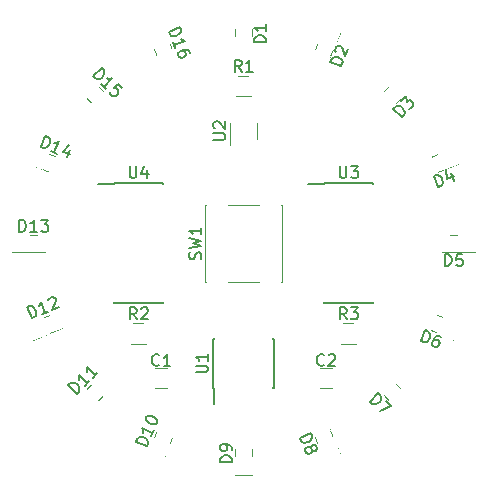
<source format=gto>
G04 #@! TF.FileFunction,Legend,Top*
%FSLAX46Y46*%
G04 Gerber Fmt 4.6, Leading zero omitted, Abs format (unit mm)*
G04 Created by KiCad (PCBNEW 4.0.7) date 06/15/18 16:22:59*
%MOMM*%
%LPD*%
G01*
G04 APERTURE LIST*
%ADD10C,0.100000*%
%ADD11C,0.150000*%
%ADD12C,0.120000*%
%ADD13R,1.900000X1.000000*%
%ADD14R,1.600000X1.600000*%
%ADD15R,1.100000X1.700000*%
%ADD16R,1.000000X1.950000*%
%ADD17R,0.800000X1.050000*%
%ADD18R,1.700000X1.950000*%
%ADD19R,1.400000X1.650000*%
G04 APERTURE END LIST*
D10*
D11*
X132545000Y-95255000D02*
X132545000Y-95280000D01*
X136695000Y-95255000D02*
X136695000Y-95360000D01*
X136695000Y-105405000D02*
X136695000Y-105300000D01*
X132545000Y-105405000D02*
X132545000Y-105300000D01*
X132545000Y-95255000D02*
X136695000Y-95255000D01*
X132545000Y-105405000D02*
X136695000Y-105405000D01*
X132545000Y-95280000D02*
X131170000Y-95280000D01*
D12*
X144210000Y-80750000D02*
X142810000Y-80750000D01*
X142810000Y-80750000D02*
X142810000Y-83550000D01*
X144210000Y-80750000D02*
X144210000Y-83550000D01*
X151649647Y-82508334D02*
X150356216Y-81972577D01*
X150356216Y-81972577D02*
X149284702Y-84559440D01*
X151649647Y-82508334D02*
X150578133Y-85095197D01*
X157850107Y-86979843D02*
X156860157Y-85989893D01*
X156860157Y-85989893D02*
X154880258Y-87969792D01*
X157850107Y-86979843D02*
X155870208Y-88959742D01*
X161867423Y-93483784D02*
X161331666Y-92190353D01*
X161331666Y-92190353D02*
X158744803Y-93261867D01*
X161867423Y-93483784D02*
X159280560Y-94555298D01*
X163090000Y-101030000D02*
X163090000Y-99630000D01*
X163090000Y-99630000D02*
X160290000Y-99630000D01*
X163090000Y-101030000D02*
X160290000Y-101030000D01*
X161331666Y-108469647D02*
X161867423Y-107176216D01*
X161867423Y-107176216D02*
X159280560Y-106104702D01*
X161331666Y-108469647D02*
X158744803Y-107398133D01*
X156860157Y-114670107D02*
X157850107Y-113680157D01*
X157850107Y-113680157D02*
X155870208Y-111700258D01*
X156860157Y-114670107D02*
X154880258Y-112690208D01*
X150356216Y-118687423D02*
X151649647Y-118151666D01*
X151649647Y-118151666D02*
X150578133Y-115564803D01*
X150356216Y-118687423D02*
X149284702Y-116100560D01*
X142810000Y-119910000D02*
X144210000Y-119910000D01*
X144210000Y-119910000D02*
X144210000Y-117110000D01*
X142810000Y-119910000D02*
X142810000Y-117110000D01*
X135370353Y-118151666D02*
X136663784Y-118687423D01*
X136663784Y-118687423D02*
X137735298Y-116100560D01*
X135370353Y-118151666D02*
X136441867Y-115564803D01*
X129169893Y-113680157D02*
X130159843Y-114670107D01*
X130159843Y-114670107D02*
X132139742Y-112690208D01*
X129169893Y-113680157D02*
X131149792Y-111700258D01*
X125152577Y-107176216D02*
X125688334Y-108469647D01*
X125688334Y-108469647D02*
X128275197Y-107398133D01*
X125152577Y-107176216D02*
X127739440Y-106104702D01*
X123930000Y-99630000D02*
X123930000Y-101030000D01*
X123930000Y-101030000D02*
X126730000Y-101030000D01*
X123930000Y-99630000D02*
X126730000Y-99630000D01*
X125688334Y-92190353D02*
X125152577Y-93483784D01*
X125152577Y-93483784D02*
X127739440Y-94555298D01*
X125688334Y-92190353D02*
X128275197Y-93261867D01*
X130159843Y-85989893D02*
X129169893Y-86979843D01*
X129169893Y-86979843D02*
X131149792Y-88959742D01*
X130159843Y-85989893D02*
X132139742Y-87969792D01*
X136663784Y-81972577D02*
X135370353Y-82508334D01*
X135370353Y-82508334D02*
X136441867Y-85095197D01*
X136663784Y-81972577D02*
X137735298Y-84559440D01*
X144110000Y-87875000D02*
X142910000Y-87875000D01*
X142910000Y-86115000D02*
X144110000Y-86115000D01*
D11*
X140935000Y-112565000D02*
X140985000Y-112565000D01*
X140935000Y-108415000D02*
X141080000Y-108415000D01*
X146085000Y-108415000D02*
X145940000Y-108415000D01*
X146085000Y-112565000D02*
X145940000Y-112565000D01*
X140935000Y-112565000D02*
X140935000Y-108415000D01*
X146085000Y-112565000D02*
X146085000Y-108415000D01*
X140985000Y-112565000D02*
X140985000Y-113965000D01*
D12*
X142350000Y-90105000D02*
X142350000Y-92005000D01*
X144670000Y-91505000D02*
X144670000Y-90105000D01*
D11*
X150325000Y-95255000D02*
X150325000Y-95280000D01*
X154475000Y-95255000D02*
X154475000Y-95360000D01*
X154475000Y-105405000D02*
X154475000Y-105300000D01*
X150325000Y-105405000D02*
X150325000Y-105300000D01*
X150325000Y-95255000D02*
X154475000Y-95255000D01*
X150325000Y-105405000D02*
X154475000Y-105405000D01*
X150325000Y-95280000D02*
X148950000Y-95280000D01*
D12*
X140280000Y-97100000D02*
X140310000Y-97100000D01*
X146740000Y-97100000D02*
X146710000Y-97100000D01*
X146740000Y-103560000D02*
X146710000Y-103560000D01*
X140310000Y-103560000D02*
X140280000Y-103560000D01*
X142210000Y-97100000D02*
X144810000Y-97100000D01*
X140280000Y-103560000D02*
X140280000Y-97100000D01*
X142210000Y-103560000D02*
X144810000Y-103560000D01*
X146740000Y-103560000D02*
X146740000Y-97100000D01*
X137025000Y-110910000D02*
X136025000Y-110910000D01*
X136025000Y-112610000D02*
X137025000Y-112610000D01*
X150995000Y-110910000D02*
X149995000Y-110910000D01*
X149995000Y-112610000D02*
X150995000Y-112610000D01*
X135220000Y-108830000D02*
X134020000Y-108830000D01*
X134020000Y-107070000D02*
X135220000Y-107070000D01*
X153000000Y-108830000D02*
X151800000Y-108830000D01*
X151800000Y-107070000D02*
X153000000Y-107070000D01*
D11*
X133858095Y-93782381D02*
X133858095Y-94591905D01*
X133905714Y-94687143D01*
X133953333Y-94734762D01*
X134048571Y-94782381D01*
X134239048Y-94782381D01*
X134334286Y-94734762D01*
X134381905Y-94687143D01*
X134429524Y-94591905D01*
X134429524Y-93782381D01*
X135334286Y-94115714D02*
X135334286Y-94782381D01*
X135096190Y-93734762D02*
X134858095Y-94449048D01*
X135477143Y-94449048D01*
X145412381Y-83288095D02*
X144412381Y-83288095D01*
X144412381Y-83050000D01*
X144460000Y-82907142D01*
X144555238Y-82811904D01*
X144650476Y-82764285D01*
X144840952Y-82716666D01*
X144983810Y-82716666D01*
X145174286Y-82764285D01*
X145269524Y-82811904D01*
X145364762Y-82907142D01*
X145412381Y-83050000D01*
X145412381Y-83288095D01*
X145412381Y-81764285D02*
X145412381Y-82335714D01*
X145412381Y-82050000D02*
X144412381Y-82050000D01*
X144555238Y-82145238D01*
X144650476Y-82240476D01*
X144698095Y-82335714D01*
X151789215Y-85313360D02*
X150865335Y-84930676D01*
X150956450Y-84710705D01*
X151055114Y-84596944D01*
X151179548Y-84545402D01*
X151285760Y-84537854D01*
X151479960Y-84566752D01*
X151611943Y-84621421D01*
X151769697Y-84738307D01*
X151839463Y-84818747D01*
X151891005Y-84943182D01*
X151880330Y-85093388D01*
X151789215Y-85313360D01*
X151317784Y-84087237D02*
X151292013Y-84025020D01*
X151284465Y-83918808D01*
X151375580Y-83698836D01*
X151456020Y-83629071D01*
X151518238Y-83603299D01*
X151624449Y-83595751D01*
X151712437Y-83632197D01*
X151826197Y-83730861D01*
X152135452Y-84477468D01*
X152372352Y-83905543D01*
X156905615Y-89624759D02*
X156198508Y-88917652D01*
X156366867Y-88749293D01*
X156501554Y-88681949D01*
X156636241Y-88681949D01*
X156737256Y-88715621D01*
X156905615Y-88816636D01*
X157006631Y-88917652D01*
X157107646Y-89086010D01*
X157141317Y-89187026D01*
X157141317Y-89321712D01*
X157073973Y-89456400D01*
X156905615Y-89624759D01*
X156838271Y-88277889D02*
X157276004Y-87840155D01*
X157309675Y-88345232D01*
X157410691Y-88244216D01*
X157511706Y-88210544D01*
X157579050Y-88210544D01*
X157680066Y-88244217D01*
X157848424Y-88412575D01*
X157882096Y-88513591D01*
X157882096Y-88580934D01*
X157848424Y-88681949D01*
X157646393Y-88883980D01*
X157545378Y-88917652D01*
X157478035Y-88917652D01*
X159982660Y-95565926D02*
X159599976Y-94642047D01*
X159819948Y-94550932D01*
X159970154Y-94540257D01*
X160094589Y-94591799D01*
X160175029Y-94661564D01*
X160291915Y-94819318D01*
X160346584Y-94951302D01*
X160375482Y-95145502D01*
X160367934Y-95251713D01*
X160316392Y-95376148D01*
X160202631Y-95474811D01*
X159982660Y-95565926D01*
X161047366Y-94403315D02*
X161302488Y-95019235D01*
X160681610Y-94142477D02*
X160734984Y-94893506D01*
X161306910Y-94656607D01*
X160551905Y-102232381D02*
X160551905Y-101232381D01*
X160790000Y-101232381D01*
X160932858Y-101280000D01*
X161028096Y-101375238D01*
X161075715Y-101470476D01*
X161123334Y-101660952D01*
X161123334Y-101803810D01*
X161075715Y-101994286D01*
X161028096Y-102089524D01*
X160932858Y-102184762D01*
X160790000Y-102232381D01*
X160551905Y-102232381D01*
X162028096Y-101232381D02*
X161551905Y-101232381D01*
X161504286Y-101708571D01*
X161551905Y-101660952D01*
X161647143Y-101613333D01*
X161885239Y-101613333D01*
X161980477Y-101660952D01*
X162028096Y-101708571D01*
X162075715Y-101803810D01*
X162075715Y-102041905D01*
X162028096Y-102137143D01*
X161980477Y-102184762D01*
X161885239Y-102232381D01*
X161647143Y-102232381D01*
X161551905Y-102184762D01*
X161504286Y-102137143D01*
X158526640Y-108609215D02*
X158909324Y-107685335D01*
X159129295Y-107776450D01*
X159243056Y-107875114D01*
X159294598Y-107999548D01*
X159302146Y-108105760D01*
X159273248Y-108299960D01*
X159218579Y-108431943D01*
X159101693Y-108589697D01*
X159021253Y-108659463D01*
X158896818Y-108711005D01*
X158746612Y-108700330D01*
X158526640Y-108609215D01*
X160229152Y-108232026D02*
X160053174Y-108159134D01*
X159946963Y-108166682D01*
X159884746Y-108192453D01*
X159742088Y-108287990D01*
X159625202Y-108445744D01*
X159479418Y-108797698D01*
X159486966Y-108903910D01*
X159512737Y-108966127D01*
X159582503Y-109046567D01*
X159758480Y-109119460D01*
X159864692Y-109111911D01*
X159926909Y-109086140D01*
X160007349Y-109016375D01*
X160098464Y-108796404D01*
X160090916Y-108690191D01*
X160065145Y-108627974D01*
X159995380Y-108547534D01*
X159819402Y-108474641D01*
X159713191Y-108482190D01*
X159650973Y-108507961D01*
X159570533Y-108577727D01*
X154215241Y-113725615D02*
X154922348Y-113018508D01*
X155090707Y-113186867D01*
X155158051Y-113321554D01*
X155158051Y-113456241D01*
X155124379Y-113557256D01*
X155023364Y-113725615D01*
X154922348Y-113826631D01*
X154753990Y-113927646D01*
X154652974Y-113961317D01*
X154518288Y-113961317D01*
X154383600Y-113893973D01*
X154215241Y-113725615D01*
X155562111Y-113658271D02*
X156033516Y-114129676D01*
X155023363Y-114533737D01*
X148274074Y-116802660D02*
X149197953Y-116419976D01*
X149289068Y-116639948D01*
X149299743Y-116790154D01*
X149248201Y-116914589D01*
X149178436Y-116995029D01*
X149020682Y-117111915D01*
X148888698Y-117166584D01*
X148694498Y-117195482D01*
X148588287Y-117187934D01*
X148463852Y-117136392D01*
X148365189Y-117022631D01*
X148274074Y-116802660D01*
X149239358Y-117639846D02*
X149246906Y-117533634D01*
X149272677Y-117471417D01*
X149342443Y-117390977D01*
X149386437Y-117372754D01*
X149492648Y-117380302D01*
X149554865Y-117406073D01*
X149635306Y-117475839D01*
X149708198Y-117651816D01*
X149700650Y-117758028D01*
X149674879Y-117820245D01*
X149605113Y-117900685D01*
X149561119Y-117918908D01*
X149454908Y-117911360D01*
X149392690Y-117885589D01*
X149312250Y-117815823D01*
X149239358Y-117639846D01*
X149158917Y-117570080D01*
X149096700Y-117544309D01*
X148990488Y-117536761D01*
X148814511Y-117609653D01*
X148744746Y-117690093D01*
X148718974Y-117752311D01*
X148711426Y-117858522D01*
X148784319Y-118034500D01*
X148864759Y-118104265D01*
X148926976Y-118130036D01*
X149033187Y-118137585D01*
X149209164Y-118064693D01*
X149278931Y-117984252D01*
X149304702Y-117922035D01*
X149312250Y-117815823D01*
X142512381Y-118848095D02*
X141512381Y-118848095D01*
X141512381Y-118610000D01*
X141560000Y-118467142D01*
X141655238Y-118371904D01*
X141750476Y-118324285D01*
X141940952Y-118276666D01*
X142083810Y-118276666D01*
X142274286Y-118324285D01*
X142369524Y-118371904D01*
X142464762Y-118467142D01*
X142512381Y-118610000D01*
X142512381Y-118848095D01*
X142512381Y-117800476D02*
X142512381Y-117610000D01*
X142464762Y-117514761D01*
X142417143Y-117467142D01*
X142274286Y-117371904D01*
X142083810Y-117324285D01*
X141702857Y-117324285D01*
X141607619Y-117371904D01*
X141560000Y-117419523D01*
X141512381Y-117514761D01*
X141512381Y-117705238D01*
X141560000Y-117800476D01*
X141607619Y-117848095D01*
X141702857Y-117895714D01*
X141940952Y-117895714D01*
X142036190Y-117848095D01*
X142083810Y-117800476D01*
X142131429Y-117705238D01*
X142131429Y-117514761D01*
X142083810Y-117419523D01*
X142036190Y-117371904D01*
X141940952Y-117324285D01*
X135319532Y-117496643D02*
X134395653Y-117113959D01*
X134486768Y-116893988D01*
X134585432Y-116780228D01*
X134709866Y-116728685D01*
X134816077Y-116721137D01*
X135010277Y-116750035D01*
X135142261Y-116804704D01*
X135300015Y-116921590D01*
X135369780Y-117002031D01*
X135421323Y-117126465D01*
X135410647Y-117276672D01*
X135319532Y-117496643D01*
X135902669Y-116088826D02*
X135683993Y-116616757D01*
X135793331Y-116352792D02*
X134869451Y-115970109D01*
X134964988Y-116112766D01*
X135016530Y-116237201D01*
X135024079Y-116343412D01*
X135215689Y-115134218D02*
X135252135Y-115046228D01*
X135332575Y-114976463D01*
X135394793Y-114950692D01*
X135501004Y-114943143D01*
X135695204Y-114972041D01*
X135915176Y-115063156D01*
X136072930Y-115180043D01*
X136142695Y-115260483D01*
X136168466Y-115322700D01*
X136176015Y-115428912D01*
X136139568Y-115516901D01*
X136059128Y-115586666D01*
X135996911Y-115612438D01*
X135890699Y-115619986D01*
X135696500Y-115591088D01*
X135476527Y-115499973D01*
X135318774Y-115383086D01*
X135249008Y-115302646D01*
X135223237Y-115240429D01*
X135215689Y-115134218D01*
X129373607Y-113055547D02*
X128666500Y-112348440D01*
X128834859Y-112180081D01*
X128969546Y-112112737D01*
X129104233Y-112112737D01*
X129205248Y-112146409D01*
X129373607Y-112247424D01*
X129474623Y-112348440D01*
X129575638Y-112516798D01*
X129609310Y-112617813D01*
X129609310Y-112752500D01*
X129541965Y-112887188D01*
X129373607Y-113055547D01*
X130451103Y-111978050D02*
X130047042Y-112382111D01*
X130249072Y-112180081D02*
X129541965Y-111472974D01*
X129575637Y-111641333D01*
X129575637Y-111776020D01*
X129541965Y-111877035D01*
X131124538Y-111304615D02*
X130720477Y-111708676D01*
X130922507Y-111506646D02*
X130215400Y-110799539D01*
X130249072Y-110967898D01*
X130249072Y-111102585D01*
X130215400Y-111203600D01*
X125579813Y-106677109D02*
X125197129Y-105753229D01*
X125417100Y-105662114D01*
X125567307Y-105651439D01*
X125691741Y-105702981D01*
X125772182Y-105772747D01*
X125889068Y-105930501D01*
X125943737Y-106062484D01*
X125972635Y-106256684D01*
X125965087Y-106362896D01*
X125913544Y-106487330D01*
X125799784Y-106585994D01*
X125579813Y-106677109D01*
X126987630Y-106093972D02*
X126459698Y-106312648D01*
X126723663Y-106203310D02*
X126340980Y-105279431D01*
X126307660Y-105447859D01*
X126256118Y-105572294D01*
X126186353Y-105652734D01*
X126993346Y-105112297D02*
X127019117Y-105050080D01*
X127088883Y-104969639D01*
X127308855Y-104878524D01*
X127415066Y-104886072D01*
X127477283Y-104911843D01*
X127557723Y-104981609D01*
X127594169Y-105069597D01*
X127604844Y-105219803D01*
X127295589Y-105966411D01*
X127867515Y-105729511D01*
X124515714Y-99332381D02*
X124515714Y-98332381D01*
X124753809Y-98332381D01*
X124896667Y-98380000D01*
X124991905Y-98475238D01*
X125039524Y-98570476D01*
X125087143Y-98760952D01*
X125087143Y-98903810D01*
X125039524Y-99094286D01*
X124991905Y-99189524D01*
X124896667Y-99284762D01*
X124753809Y-99332381D01*
X124515714Y-99332381D01*
X126039524Y-99332381D02*
X125468095Y-99332381D01*
X125753809Y-99332381D02*
X125753809Y-98332381D01*
X125658571Y-98475238D01*
X125563333Y-98570476D01*
X125468095Y-98618095D01*
X126372857Y-98332381D02*
X126991905Y-98332381D01*
X126658571Y-98713333D01*
X126801429Y-98713333D01*
X126896667Y-98760952D01*
X126944286Y-98808571D01*
X126991905Y-98903810D01*
X126991905Y-99141905D01*
X126944286Y-99237143D01*
X126896667Y-99284762D01*
X126801429Y-99332381D01*
X126515714Y-99332381D01*
X126420476Y-99284762D01*
X126372857Y-99237143D01*
X126343357Y-92139532D02*
X126726041Y-91215653D01*
X126946012Y-91306768D01*
X127059772Y-91405432D01*
X127111315Y-91529866D01*
X127118863Y-91636077D01*
X127089965Y-91830277D01*
X127035296Y-91962261D01*
X126918410Y-92120015D01*
X126837969Y-92189780D01*
X126713535Y-92241323D01*
X126563328Y-92230647D01*
X126343357Y-92139532D01*
X127751174Y-92722669D02*
X127223243Y-92503993D01*
X127487208Y-92613331D02*
X127869891Y-91689451D01*
X127727234Y-91784988D01*
X127602799Y-91836530D01*
X127496588Y-91844079D01*
X128798193Y-92434764D02*
X128543071Y-93050684D01*
X128724005Y-91991695D02*
X128230689Y-92560494D01*
X128802615Y-92797393D01*
X130784453Y-86193607D02*
X131491560Y-85486500D01*
X131659919Y-85654859D01*
X131727263Y-85789546D01*
X131727263Y-85924233D01*
X131693591Y-86025248D01*
X131592576Y-86193607D01*
X131491560Y-86294623D01*
X131323202Y-86395638D01*
X131222187Y-86429310D01*
X131087500Y-86429310D01*
X130952812Y-86361965D01*
X130784453Y-86193607D01*
X131861950Y-87271103D02*
X131457889Y-86867042D01*
X131659919Y-87069072D02*
X132367026Y-86361965D01*
X132198667Y-86395637D01*
X132063980Y-86395637D01*
X131962965Y-86361965D01*
X133208820Y-87203760D02*
X132872102Y-86867042D01*
X132501713Y-87170087D01*
X132569057Y-87170087D01*
X132670072Y-87203759D01*
X132838431Y-87372118D01*
X132872103Y-87473133D01*
X132872103Y-87540477D01*
X132838430Y-87641493D01*
X132670072Y-87809851D01*
X132569057Y-87843523D01*
X132501713Y-87843523D01*
X132400698Y-87809851D01*
X132232339Y-87641492D01*
X132198667Y-87540477D01*
X132198667Y-87473133D01*
X137162891Y-82399813D02*
X138086771Y-82017129D01*
X138177886Y-82237100D01*
X138188561Y-82387307D01*
X138137019Y-82511741D01*
X138067253Y-82592182D01*
X137909499Y-82709068D01*
X137777516Y-82763737D01*
X137583316Y-82792635D01*
X137477104Y-82785087D01*
X137352670Y-82733544D01*
X137254006Y-82619784D01*
X137162891Y-82399813D01*
X137746028Y-83807630D02*
X137527352Y-83279698D01*
X137636690Y-83543663D02*
X138560569Y-83160980D01*
X138392141Y-83127660D01*
X138267706Y-83076118D01*
X138187266Y-83006353D01*
X138997922Y-84216843D02*
X138925030Y-84040865D01*
X138844590Y-83971100D01*
X138782372Y-83945329D01*
X138613944Y-83912009D01*
X138419744Y-83940907D01*
X138067789Y-84086691D01*
X137998024Y-84167132D01*
X137972252Y-84229349D01*
X137964704Y-84335560D01*
X138037597Y-84511538D01*
X138118037Y-84581303D01*
X138180254Y-84607075D01*
X138286465Y-84614623D01*
X138506437Y-84523508D01*
X138576203Y-84443067D01*
X138601974Y-84380850D01*
X138609522Y-84274639D01*
X138536630Y-84098661D01*
X138456190Y-84028895D01*
X138393973Y-84003124D01*
X138287760Y-83995576D01*
X143343334Y-85797381D02*
X143010000Y-85321190D01*
X142771905Y-85797381D02*
X142771905Y-84797381D01*
X143152858Y-84797381D01*
X143248096Y-84845000D01*
X143295715Y-84892619D01*
X143343334Y-84987857D01*
X143343334Y-85130714D01*
X143295715Y-85225952D01*
X143248096Y-85273571D01*
X143152858Y-85321190D01*
X142771905Y-85321190D01*
X144295715Y-85797381D02*
X143724286Y-85797381D01*
X144010000Y-85797381D02*
X144010000Y-84797381D01*
X143914762Y-84940238D01*
X143819524Y-85035476D01*
X143724286Y-85083095D01*
X139462381Y-111251905D02*
X140271905Y-111251905D01*
X140367143Y-111204286D01*
X140414762Y-111156667D01*
X140462381Y-111061429D01*
X140462381Y-110870952D01*
X140414762Y-110775714D01*
X140367143Y-110728095D01*
X140271905Y-110680476D01*
X139462381Y-110680476D01*
X140462381Y-109680476D02*
X140462381Y-110251905D01*
X140462381Y-109966191D02*
X139462381Y-109966191D01*
X139605238Y-110061429D01*
X139700476Y-110156667D01*
X139748095Y-110251905D01*
X140962381Y-91566905D02*
X141771905Y-91566905D01*
X141867143Y-91519286D01*
X141914762Y-91471667D01*
X141962381Y-91376429D01*
X141962381Y-91185952D01*
X141914762Y-91090714D01*
X141867143Y-91043095D01*
X141771905Y-90995476D01*
X140962381Y-90995476D01*
X141057619Y-90566905D02*
X141010000Y-90519286D01*
X140962381Y-90424048D01*
X140962381Y-90185952D01*
X141010000Y-90090714D01*
X141057619Y-90043095D01*
X141152857Y-89995476D01*
X141248095Y-89995476D01*
X141390952Y-90043095D01*
X141962381Y-90614524D01*
X141962381Y-89995476D01*
X151638095Y-93782381D02*
X151638095Y-94591905D01*
X151685714Y-94687143D01*
X151733333Y-94734762D01*
X151828571Y-94782381D01*
X152019048Y-94782381D01*
X152114286Y-94734762D01*
X152161905Y-94687143D01*
X152209524Y-94591905D01*
X152209524Y-93782381D01*
X152590476Y-93782381D02*
X153209524Y-93782381D01*
X152876190Y-94163333D01*
X153019048Y-94163333D01*
X153114286Y-94210952D01*
X153161905Y-94258571D01*
X153209524Y-94353810D01*
X153209524Y-94591905D01*
X153161905Y-94687143D01*
X153114286Y-94734762D01*
X153019048Y-94782381D01*
X152733333Y-94782381D01*
X152638095Y-94734762D01*
X152590476Y-94687143D01*
X139864762Y-101663333D02*
X139912381Y-101520476D01*
X139912381Y-101282380D01*
X139864762Y-101187142D01*
X139817143Y-101139523D01*
X139721905Y-101091904D01*
X139626667Y-101091904D01*
X139531429Y-101139523D01*
X139483810Y-101187142D01*
X139436190Y-101282380D01*
X139388571Y-101472857D01*
X139340952Y-101568095D01*
X139293333Y-101615714D01*
X139198095Y-101663333D01*
X139102857Y-101663333D01*
X139007619Y-101615714D01*
X138960000Y-101568095D01*
X138912381Y-101472857D01*
X138912381Y-101234761D01*
X138960000Y-101091904D01*
X138912381Y-100758571D02*
X139912381Y-100520476D01*
X139198095Y-100329999D01*
X139912381Y-100139523D01*
X138912381Y-99901428D01*
X139912381Y-98996666D02*
X139912381Y-99568095D01*
X139912381Y-99282381D02*
X138912381Y-99282381D01*
X139055238Y-99377619D01*
X139150476Y-99472857D01*
X139198095Y-99568095D01*
X136358334Y-110617143D02*
X136310715Y-110664762D01*
X136167858Y-110712381D01*
X136072620Y-110712381D01*
X135929762Y-110664762D01*
X135834524Y-110569524D01*
X135786905Y-110474286D01*
X135739286Y-110283810D01*
X135739286Y-110140952D01*
X135786905Y-109950476D01*
X135834524Y-109855238D01*
X135929762Y-109760000D01*
X136072620Y-109712381D01*
X136167858Y-109712381D01*
X136310715Y-109760000D01*
X136358334Y-109807619D01*
X137310715Y-110712381D02*
X136739286Y-110712381D01*
X137025000Y-110712381D02*
X137025000Y-109712381D01*
X136929762Y-109855238D01*
X136834524Y-109950476D01*
X136739286Y-109998095D01*
X150328334Y-110617143D02*
X150280715Y-110664762D01*
X150137858Y-110712381D01*
X150042620Y-110712381D01*
X149899762Y-110664762D01*
X149804524Y-110569524D01*
X149756905Y-110474286D01*
X149709286Y-110283810D01*
X149709286Y-110140952D01*
X149756905Y-109950476D01*
X149804524Y-109855238D01*
X149899762Y-109760000D01*
X150042620Y-109712381D01*
X150137858Y-109712381D01*
X150280715Y-109760000D01*
X150328334Y-109807619D01*
X150709286Y-109807619D02*
X150756905Y-109760000D01*
X150852143Y-109712381D01*
X151090239Y-109712381D01*
X151185477Y-109760000D01*
X151233096Y-109807619D01*
X151280715Y-109902857D01*
X151280715Y-109998095D01*
X151233096Y-110140952D01*
X150661667Y-110712381D01*
X151280715Y-110712381D01*
X134453334Y-106752381D02*
X134120000Y-106276190D01*
X133881905Y-106752381D02*
X133881905Y-105752381D01*
X134262858Y-105752381D01*
X134358096Y-105800000D01*
X134405715Y-105847619D01*
X134453334Y-105942857D01*
X134453334Y-106085714D01*
X134405715Y-106180952D01*
X134358096Y-106228571D01*
X134262858Y-106276190D01*
X133881905Y-106276190D01*
X134834286Y-105847619D02*
X134881905Y-105800000D01*
X134977143Y-105752381D01*
X135215239Y-105752381D01*
X135310477Y-105800000D01*
X135358096Y-105847619D01*
X135405715Y-105942857D01*
X135405715Y-106038095D01*
X135358096Y-106180952D01*
X134786667Y-106752381D01*
X135405715Y-106752381D01*
X152233334Y-106752381D02*
X151900000Y-106276190D01*
X151661905Y-106752381D02*
X151661905Y-105752381D01*
X152042858Y-105752381D01*
X152138096Y-105800000D01*
X152185715Y-105847619D01*
X152233334Y-105942857D01*
X152233334Y-106085714D01*
X152185715Y-106180952D01*
X152138096Y-106228571D01*
X152042858Y-106276190D01*
X151661905Y-106276190D01*
X152566667Y-105752381D02*
X153185715Y-105752381D01*
X152852381Y-106133333D01*
X152995239Y-106133333D01*
X153090477Y-106180952D01*
X153138096Y-106228571D01*
X153185715Y-106323810D01*
X153185715Y-106561905D01*
X153138096Y-106657143D01*
X153090477Y-106704762D01*
X152995239Y-106752381D01*
X152709524Y-106752381D01*
X152614286Y-106704762D01*
X152566667Y-106657143D01*
%LPC*%
D13*
X131920000Y-95885000D03*
X131920000Y-97155000D03*
X131920000Y-98425000D03*
X131920000Y-99695000D03*
X131920000Y-100965000D03*
X131920000Y-102235000D03*
X131920000Y-103505000D03*
X131920000Y-104775000D03*
X137320000Y-104775000D03*
X137320000Y-103505000D03*
X137320000Y-102235000D03*
X137320000Y-100965000D03*
X137320000Y-99695000D03*
X137320000Y-98425000D03*
X137320000Y-97155000D03*
X137320000Y-95885000D03*
D14*
X143510000Y-83650000D03*
X143510000Y-81450000D03*
D10*
G36*
X150326106Y-85964956D02*
X148847899Y-85352663D01*
X149460192Y-83874456D01*
X150938399Y-84486749D01*
X150326106Y-85964956D01*
X150326106Y-85964956D01*
G37*
G36*
X151168010Y-83932422D02*
X149689803Y-83320129D01*
X150302096Y-81841922D01*
X151780303Y-82454215D01*
X151168010Y-83932422D01*
X151168010Y-83932422D01*
G37*
G36*
X155304523Y-89666848D02*
X154173152Y-88535477D01*
X155304523Y-87404106D01*
X156435894Y-88535477D01*
X155304523Y-89666848D01*
X155304523Y-89666848D01*
G37*
G36*
X156860157Y-88111214D02*
X155728786Y-86979843D01*
X156860157Y-85848472D01*
X157991528Y-86979843D01*
X156860157Y-88111214D01*
X156860157Y-88111214D01*
G37*
G36*
X158487337Y-94992101D02*
X157875044Y-93513894D01*
X159353251Y-92901601D01*
X159965544Y-94379808D01*
X158487337Y-94992101D01*
X158487337Y-94992101D01*
G37*
G36*
X160519871Y-94150197D02*
X159907578Y-92671990D01*
X161385785Y-92059697D01*
X161998078Y-93537904D01*
X160519871Y-94150197D01*
X160519871Y-94150197D01*
G37*
D14*
X160190000Y-100330000D03*
X162390000Y-100330000D03*
D10*
G36*
X157875044Y-107146106D02*
X158487337Y-105667899D01*
X159965544Y-106280192D01*
X159353251Y-107758399D01*
X157875044Y-107146106D01*
X157875044Y-107146106D01*
G37*
G36*
X159907578Y-107988010D02*
X160519871Y-106509803D01*
X161998078Y-107122096D01*
X161385785Y-108600303D01*
X159907578Y-107988010D01*
X159907578Y-107988010D01*
G37*
G36*
X154173152Y-112124523D02*
X155304523Y-110993152D01*
X156435894Y-112124523D01*
X155304523Y-113255894D01*
X154173152Y-112124523D01*
X154173152Y-112124523D01*
G37*
G36*
X155728786Y-113680157D02*
X156860157Y-112548786D01*
X157991528Y-113680157D01*
X156860157Y-114811528D01*
X155728786Y-113680157D01*
X155728786Y-113680157D01*
G37*
G36*
X148847899Y-115307337D02*
X150326106Y-114695044D01*
X150938399Y-116173251D01*
X149460192Y-116785544D01*
X148847899Y-115307337D01*
X148847899Y-115307337D01*
G37*
G36*
X149689803Y-117339871D02*
X151168010Y-116727578D01*
X151780303Y-118205785D01*
X150302096Y-118818078D01*
X149689803Y-117339871D01*
X149689803Y-117339871D01*
G37*
D14*
X143510000Y-117010000D03*
X143510000Y-119210000D03*
D10*
G36*
X136693894Y-114695044D02*
X138172101Y-115307337D01*
X137559808Y-116785544D01*
X136081601Y-116173251D01*
X136693894Y-114695044D01*
X136693894Y-114695044D01*
G37*
G36*
X135851990Y-116727578D02*
X137330197Y-117339871D01*
X136717904Y-118818078D01*
X135239697Y-118205785D01*
X135851990Y-116727578D01*
X135851990Y-116727578D01*
G37*
G36*
X131715477Y-110993152D02*
X132846848Y-112124523D01*
X131715477Y-113255894D01*
X130584106Y-112124523D01*
X131715477Y-110993152D01*
X131715477Y-110993152D01*
G37*
G36*
X130159843Y-112548786D02*
X131291214Y-113680157D01*
X130159843Y-114811528D01*
X129028472Y-113680157D01*
X130159843Y-112548786D01*
X130159843Y-112548786D01*
G37*
G36*
X128532663Y-105667899D02*
X129144956Y-107146106D01*
X127666749Y-107758399D01*
X127054456Y-106280192D01*
X128532663Y-105667899D01*
X128532663Y-105667899D01*
G37*
G36*
X126500129Y-106509803D02*
X127112422Y-107988010D01*
X125634215Y-108600303D01*
X125021922Y-107122096D01*
X126500129Y-106509803D01*
X126500129Y-106509803D01*
G37*
D14*
X126830000Y-100330000D03*
X124630000Y-100330000D03*
D10*
G36*
X129144956Y-93513894D02*
X128532663Y-94992101D01*
X127054456Y-94379808D01*
X127666749Y-92901601D01*
X129144956Y-93513894D01*
X129144956Y-93513894D01*
G37*
G36*
X127112422Y-92671990D02*
X126500129Y-94150197D01*
X125021922Y-93537904D01*
X125634215Y-92059697D01*
X127112422Y-92671990D01*
X127112422Y-92671990D01*
G37*
G36*
X132846848Y-88535477D02*
X131715477Y-89666848D01*
X130584106Y-88535477D01*
X131715477Y-87404106D01*
X132846848Y-88535477D01*
X132846848Y-88535477D01*
G37*
G36*
X131291214Y-86979843D02*
X130159843Y-88111214D01*
X129028472Y-86979843D01*
X130159843Y-85848472D01*
X131291214Y-86979843D01*
X131291214Y-86979843D01*
G37*
G36*
X138172101Y-85352663D02*
X136693894Y-85964956D01*
X136081601Y-84486749D01*
X137559808Y-83874456D01*
X138172101Y-85352663D01*
X138172101Y-85352663D01*
G37*
G36*
X137330197Y-83320129D02*
X135851990Y-83932422D01*
X135239697Y-82454215D01*
X136717904Y-81841922D01*
X137330197Y-83320129D01*
X137330197Y-83320129D01*
G37*
D15*
X142560000Y-86995000D03*
X144460000Y-86995000D03*
D16*
X141605000Y-113190000D03*
X142875000Y-113190000D03*
X144145000Y-113190000D03*
X145415000Y-113190000D03*
X145415000Y-107790000D03*
X144145000Y-107790000D03*
X142875000Y-107790000D03*
X141605000Y-107790000D03*
D17*
X142860000Y-91755000D03*
X144160000Y-91755000D03*
X143510000Y-91755000D03*
X144160000Y-89855000D03*
X142860000Y-89855000D03*
D13*
X149700000Y-95885000D03*
X149700000Y-97155000D03*
X149700000Y-98425000D03*
X149700000Y-99695000D03*
X149700000Y-100965000D03*
X149700000Y-102235000D03*
X149700000Y-103505000D03*
X149700000Y-104775000D03*
X155100000Y-104775000D03*
X155100000Y-103505000D03*
X155100000Y-102235000D03*
X155100000Y-100965000D03*
X155100000Y-99695000D03*
X155100000Y-98425000D03*
X155100000Y-97155000D03*
X155100000Y-95885000D03*
D18*
X145760000Y-104310000D03*
X141260000Y-104310000D03*
X141260000Y-96350000D03*
X145760000Y-96350000D03*
D19*
X135525000Y-111760000D03*
X137525000Y-111760000D03*
X149495000Y-111760000D03*
X151495000Y-111760000D03*
D15*
X133670000Y-107950000D03*
X135570000Y-107950000D03*
X151450000Y-107950000D03*
X153350000Y-107950000D03*
M02*

</source>
